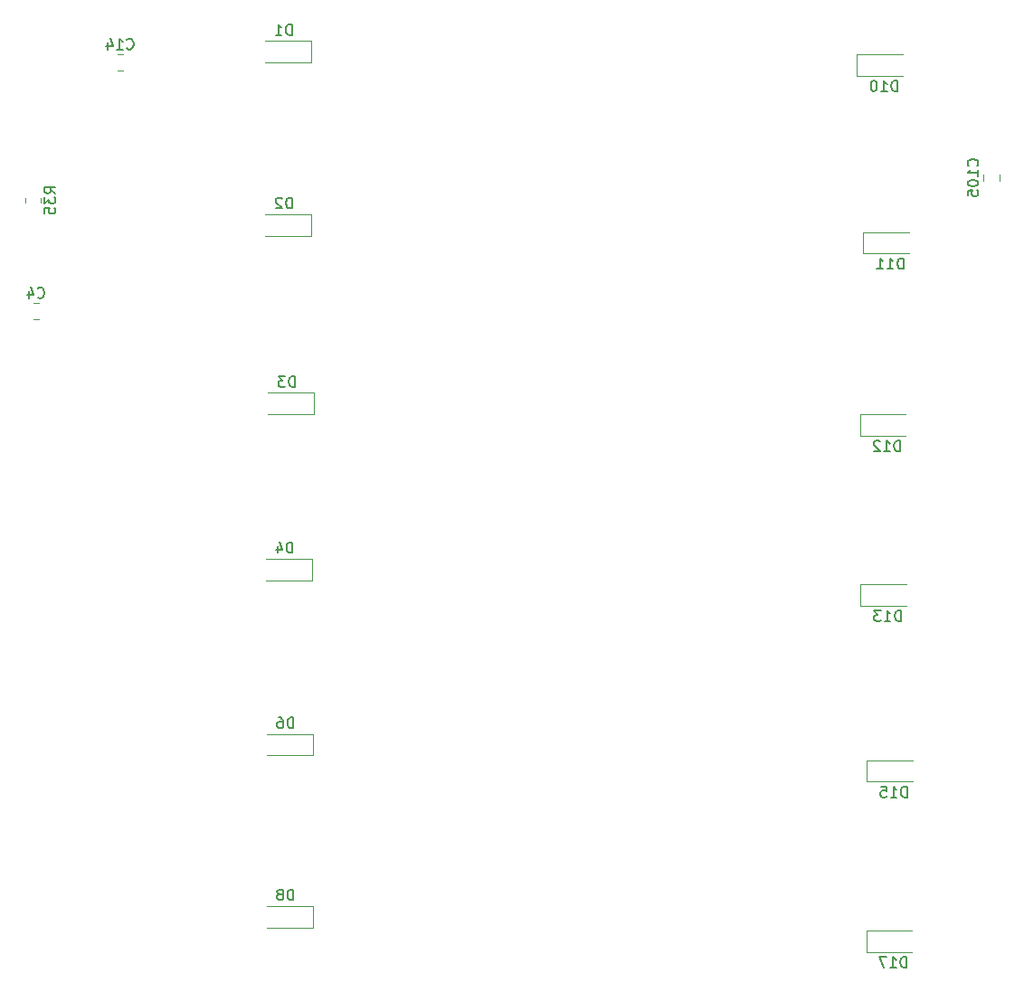
<source format=gbo>
G04 #@! TF.GenerationSoftware,KiCad,Pcbnew,5.1.8-db9833491~87~ubuntu18.04.1*
G04 #@! TF.CreationDate,2021-01-26T21:00:54+01:00*
G04 #@! TF.ProjectId,BPF_6Band,4250465f-3642-4616-9e64-2e6b69636164,rev?*
G04 #@! TF.SameCoordinates,Original*
G04 #@! TF.FileFunction,Legend,Bot*
G04 #@! TF.FilePolarity,Positive*
%FSLAX46Y46*%
G04 Gerber Fmt 4.6, Leading zero omitted, Abs format (unit mm)*
G04 Created by KiCad (PCBNEW 5.1.8-db9833491~87~ubuntu18.04.1) date 2021-01-26 21:00:54*
%MOMM*%
%LPD*%
G01*
G04 APERTURE LIST*
%ADD10C,0.120000*%
%ADD11C,0.150000*%
G04 APERTURE END LIST*
D10*
X88907252Y-45439000D02*
X88384748Y-45439000D01*
X88907252Y-43969000D02*
X88384748Y-43969000D01*
X79757600Y-57831464D02*
X79757600Y-57377336D01*
X81227600Y-57831464D02*
X81227600Y-57377336D01*
X170940400Y-55237748D02*
X170940400Y-55760252D01*
X169470400Y-55237748D02*
X169470400Y-55760252D01*
X162786000Y-128000000D02*
X158486000Y-128000000D01*
X158486000Y-128000000D02*
X158486000Y-126000000D01*
X158486000Y-126000000D02*
X162786000Y-126000000D01*
X162836800Y-112048800D02*
X158536800Y-112048800D01*
X158536800Y-112048800D02*
X158536800Y-110048800D01*
X158536800Y-110048800D02*
X162836800Y-110048800D01*
X162252600Y-95564200D02*
X157952600Y-95564200D01*
X157952600Y-95564200D02*
X157952600Y-93564200D01*
X157952600Y-93564200D02*
X162252600Y-93564200D01*
X162201800Y-79663800D02*
X157901800Y-79663800D01*
X157901800Y-79663800D02*
X157901800Y-77663800D01*
X157901800Y-77663800D02*
X162201800Y-77663800D01*
X162506600Y-62595000D02*
X158206600Y-62595000D01*
X158206600Y-62595000D02*
X158206600Y-60595000D01*
X158206600Y-60595000D02*
X162506600Y-60595000D01*
X161922400Y-45958000D02*
X157622400Y-45958000D01*
X157622400Y-45958000D02*
X157622400Y-43958000D01*
X157622400Y-43958000D02*
X161922400Y-43958000D01*
X102390000Y-123688600D02*
X106690000Y-123688600D01*
X106690000Y-123688600D02*
X106690000Y-125688600D01*
X106690000Y-125688600D02*
X102390000Y-125688600D01*
X102390000Y-107585000D02*
X106690000Y-107585000D01*
X106690000Y-107585000D02*
X106690000Y-109585000D01*
X106690000Y-109585000D02*
X102390000Y-109585000D01*
X102313800Y-91176600D02*
X106613800Y-91176600D01*
X106613800Y-91176600D02*
X106613800Y-93176600D01*
X106613800Y-93176600D02*
X102313800Y-93176600D01*
X102517000Y-75631800D02*
X106817000Y-75631800D01*
X106817000Y-75631800D02*
X106817000Y-77631800D01*
X106817000Y-77631800D02*
X102517000Y-77631800D01*
X102263000Y-58918600D02*
X106563000Y-58918600D01*
X106563000Y-58918600D02*
X106563000Y-60918600D01*
X106563000Y-60918600D02*
X102263000Y-60918600D01*
X102237600Y-42688000D02*
X106537600Y-42688000D01*
X106537600Y-42688000D02*
X106537600Y-44688000D01*
X106537600Y-44688000D02*
X102237600Y-44688000D01*
X81033252Y-68735000D02*
X80510748Y-68735000D01*
X81033252Y-67265000D02*
X80510748Y-67265000D01*
D11*
X89288857Y-43381142D02*
X89336476Y-43428761D01*
X89479333Y-43476380D01*
X89574571Y-43476380D01*
X89717428Y-43428761D01*
X89812666Y-43333523D01*
X89860285Y-43238285D01*
X89907904Y-43047809D01*
X89907904Y-42904952D01*
X89860285Y-42714476D01*
X89812666Y-42619238D01*
X89717428Y-42524000D01*
X89574571Y-42476380D01*
X89479333Y-42476380D01*
X89336476Y-42524000D01*
X89288857Y-42571619D01*
X88336476Y-43476380D02*
X88907904Y-43476380D01*
X88622190Y-43476380D02*
X88622190Y-42476380D01*
X88717428Y-42619238D01*
X88812666Y-42714476D01*
X88907904Y-42762095D01*
X87479333Y-42809714D02*
X87479333Y-43476380D01*
X87717428Y-42428761D02*
X87955523Y-43143047D01*
X87336476Y-43143047D01*
X82594980Y-56961542D02*
X82118790Y-56628209D01*
X82594980Y-56390114D02*
X81594980Y-56390114D01*
X81594980Y-56771066D01*
X81642600Y-56866304D01*
X81690219Y-56913923D01*
X81785457Y-56961542D01*
X81928314Y-56961542D01*
X82023552Y-56913923D01*
X82071171Y-56866304D01*
X82118790Y-56771066D01*
X82118790Y-56390114D01*
X81594980Y-57294876D02*
X81594980Y-57913923D01*
X81975933Y-57580590D01*
X81975933Y-57723447D01*
X82023552Y-57818685D01*
X82071171Y-57866304D01*
X82166409Y-57913923D01*
X82404504Y-57913923D01*
X82499742Y-57866304D01*
X82547361Y-57818685D01*
X82594980Y-57723447D01*
X82594980Y-57437733D01*
X82547361Y-57342495D01*
X82499742Y-57294876D01*
X81594980Y-58818685D02*
X81594980Y-58342495D01*
X82071171Y-58294876D01*
X82023552Y-58342495D01*
X81975933Y-58437733D01*
X81975933Y-58675828D01*
X82023552Y-58771066D01*
X82071171Y-58818685D01*
X82166409Y-58866304D01*
X82404504Y-58866304D01*
X82499742Y-58818685D01*
X82547361Y-58771066D01*
X82594980Y-58675828D01*
X82594980Y-58437733D01*
X82547361Y-58342495D01*
X82499742Y-58294876D01*
X168882542Y-54379952D02*
X168930161Y-54332333D01*
X168977780Y-54189476D01*
X168977780Y-54094238D01*
X168930161Y-53951380D01*
X168834923Y-53856142D01*
X168739685Y-53808523D01*
X168549209Y-53760904D01*
X168406352Y-53760904D01*
X168215876Y-53808523D01*
X168120638Y-53856142D01*
X168025400Y-53951380D01*
X167977780Y-54094238D01*
X167977780Y-54189476D01*
X168025400Y-54332333D01*
X168073019Y-54379952D01*
X168977780Y-55332333D02*
X168977780Y-54760904D01*
X168977780Y-55046619D02*
X167977780Y-55046619D01*
X168120638Y-54951380D01*
X168215876Y-54856142D01*
X168263495Y-54760904D01*
X167977780Y-55951380D02*
X167977780Y-56046619D01*
X168025400Y-56141857D01*
X168073019Y-56189476D01*
X168168257Y-56237095D01*
X168358733Y-56284714D01*
X168596828Y-56284714D01*
X168787304Y-56237095D01*
X168882542Y-56189476D01*
X168930161Y-56141857D01*
X168977780Y-56046619D01*
X168977780Y-55951380D01*
X168930161Y-55856142D01*
X168882542Y-55808523D01*
X168787304Y-55760904D01*
X168596828Y-55713285D01*
X168358733Y-55713285D01*
X168168257Y-55760904D01*
X168073019Y-55808523D01*
X168025400Y-55856142D01*
X167977780Y-55951380D01*
X167977780Y-57189476D02*
X167977780Y-56713285D01*
X168453971Y-56665666D01*
X168406352Y-56713285D01*
X168358733Y-56808523D01*
X168358733Y-57046619D01*
X168406352Y-57141857D01*
X168453971Y-57189476D01*
X168549209Y-57237095D01*
X168787304Y-57237095D01*
X168882542Y-57189476D01*
X168930161Y-57141857D01*
X168977780Y-57046619D01*
X168977780Y-56808523D01*
X168930161Y-56713285D01*
X168882542Y-56665666D01*
X162250285Y-129452380D02*
X162250285Y-128452380D01*
X162012190Y-128452380D01*
X161869333Y-128500000D01*
X161774095Y-128595238D01*
X161726476Y-128690476D01*
X161678857Y-128880952D01*
X161678857Y-129023809D01*
X161726476Y-129214285D01*
X161774095Y-129309523D01*
X161869333Y-129404761D01*
X162012190Y-129452380D01*
X162250285Y-129452380D01*
X160726476Y-129452380D02*
X161297904Y-129452380D01*
X161012190Y-129452380D02*
X161012190Y-128452380D01*
X161107428Y-128595238D01*
X161202666Y-128690476D01*
X161297904Y-128738095D01*
X160393142Y-128452380D02*
X159726476Y-128452380D01*
X160155047Y-129452380D01*
X162301085Y-113501180D02*
X162301085Y-112501180D01*
X162062990Y-112501180D01*
X161920133Y-112548800D01*
X161824895Y-112644038D01*
X161777276Y-112739276D01*
X161729657Y-112929752D01*
X161729657Y-113072609D01*
X161777276Y-113263085D01*
X161824895Y-113358323D01*
X161920133Y-113453561D01*
X162062990Y-113501180D01*
X162301085Y-113501180D01*
X160777276Y-113501180D02*
X161348704Y-113501180D01*
X161062990Y-113501180D02*
X161062990Y-112501180D01*
X161158228Y-112644038D01*
X161253466Y-112739276D01*
X161348704Y-112786895D01*
X159872514Y-112501180D02*
X160348704Y-112501180D01*
X160396323Y-112977371D01*
X160348704Y-112929752D01*
X160253466Y-112882133D01*
X160015371Y-112882133D01*
X159920133Y-112929752D01*
X159872514Y-112977371D01*
X159824895Y-113072609D01*
X159824895Y-113310704D01*
X159872514Y-113405942D01*
X159920133Y-113453561D01*
X160015371Y-113501180D01*
X160253466Y-113501180D01*
X160348704Y-113453561D01*
X160396323Y-113405942D01*
X161716885Y-97016580D02*
X161716885Y-96016580D01*
X161478790Y-96016580D01*
X161335933Y-96064200D01*
X161240695Y-96159438D01*
X161193076Y-96254676D01*
X161145457Y-96445152D01*
X161145457Y-96588009D01*
X161193076Y-96778485D01*
X161240695Y-96873723D01*
X161335933Y-96968961D01*
X161478790Y-97016580D01*
X161716885Y-97016580D01*
X160193076Y-97016580D02*
X160764504Y-97016580D01*
X160478790Y-97016580D02*
X160478790Y-96016580D01*
X160574028Y-96159438D01*
X160669266Y-96254676D01*
X160764504Y-96302295D01*
X159859742Y-96016580D02*
X159240695Y-96016580D01*
X159574028Y-96397533D01*
X159431171Y-96397533D01*
X159335933Y-96445152D01*
X159288314Y-96492771D01*
X159240695Y-96588009D01*
X159240695Y-96826104D01*
X159288314Y-96921342D01*
X159335933Y-96968961D01*
X159431171Y-97016580D01*
X159716885Y-97016580D01*
X159812123Y-96968961D01*
X159859742Y-96921342D01*
X161666085Y-81116180D02*
X161666085Y-80116180D01*
X161427990Y-80116180D01*
X161285133Y-80163800D01*
X161189895Y-80259038D01*
X161142276Y-80354276D01*
X161094657Y-80544752D01*
X161094657Y-80687609D01*
X161142276Y-80878085D01*
X161189895Y-80973323D01*
X161285133Y-81068561D01*
X161427990Y-81116180D01*
X161666085Y-81116180D01*
X160142276Y-81116180D02*
X160713704Y-81116180D01*
X160427990Y-81116180D02*
X160427990Y-80116180D01*
X160523228Y-80259038D01*
X160618466Y-80354276D01*
X160713704Y-80401895D01*
X159761323Y-80211419D02*
X159713704Y-80163800D01*
X159618466Y-80116180D01*
X159380371Y-80116180D01*
X159285133Y-80163800D01*
X159237514Y-80211419D01*
X159189895Y-80306657D01*
X159189895Y-80401895D01*
X159237514Y-80544752D01*
X159808942Y-81116180D01*
X159189895Y-81116180D01*
X161970885Y-64047380D02*
X161970885Y-63047380D01*
X161732790Y-63047380D01*
X161589933Y-63095000D01*
X161494695Y-63190238D01*
X161447076Y-63285476D01*
X161399457Y-63475952D01*
X161399457Y-63618809D01*
X161447076Y-63809285D01*
X161494695Y-63904523D01*
X161589933Y-63999761D01*
X161732790Y-64047380D01*
X161970885Y-64047380D01*
X160447076Y-64047380D02*
X161018504Y-64047380D01*
X160732790Y-64047380D02*
X160732790Y-63047380D01*
X160828028Y-63190238D01*
X160923266Y-63285476D01*
X161018504Y-63333095D01*
X159494695Y-64047380D02*
X160066123Y-64047380D01*
X159780409Y-64047380D02*
X159780409Y-63047380D01*
X159875647Y-63190238D01*
X159970885Y-63285476D01*
X160066123Y-63333095D01*
X161386685Y-47410380D02*
X161386685Y-46410380D01*
X161148590Y-46410380D01*
X161005733Y-46458000D01*
X160910495Y-46553238D01*
X160862876Y-46648476D01*
X160815257Y-46838952D01*
X160815257Y-46981809D01*
X160862876Y-47172285D01*
X160910495Y-47267523D01*
X161005733Y-47362761D01*
X161148590Y-47410380D01*
X161386685Y-47410380D01*
X159862876Y-47410380D02*
X160434304Y-47410380D01*
X160148590Y-47410380D02*
X160148590Y-46410380D01*
X160243828Y-46553238D01*
X160339066Y-46648476D01*
X160434304Y-46696095D01*
X159243828Y-46410380D02*
X159148590Y-46410380D01*
X159053352Y-46458000D01*
X159005733Y-46505619D01*
X158958114Y-46600857D01*
X158910495Y-46791333D01*
X158910495Y-47029428D01*
X158958114Y-47219904D01*
X159005733Y-47315142D01*
X159053352Y-47362761D01*
X159148590Y-47410380D01*
X159243828Y-47410380D01*
X159339066Y-47362761D01*
X159386685Y-47315142D01*
X159434304Y-47219904D01*
X159481923Y-47029428D01*
X159481923Y-46791333D01*
X159434304Y-46600857D01*
X159386685Y-46505619D01*
X159339066Y-46458000D01*
X159243828Y-46410380D01*
X104878095Y-123140980D02*
X104878095Y-122140980D01*
X104640000Y-122140980D01*
X104497142Y-122188600D01*
X104401904Y-122283838D01*
X104354285Y-122379076D01*
X104306666Y-122569552D01*
X104306666Y-122712409D01*
X104354285Y-122902885D01*
X104401904Y-122998123D01*
X104497142Y-123093361D01*
X104640000Y-123140980D01*
X104878095Y-123140980D01*
X103735238Y-122569552D02*
X103830476Y-122521933D01*
X103878095Y-122474314D01*
X103925714Y-122379076D01*
X103925714Y-122331457D01*
X103878095Y-122236219D01*
X103830476Y-122188600D01*
X103735238Y-122140980D01*
X103544761Y-122140980D01*
X103449523Y-122188600D01*
X103401904Y-122236219D01*
X103354285Y-122331457D01*
X103354285Y-122379076D01*
X103401904Y-122474314D01*
X103449523Y-122521933D01*
X103544761Y-122569552D01*
X103735238Y-122569552D01*
X103830476Y-122617171D01*
X103878095Y-122664790D01*
X103925714Y-122760028D01*
X103925714Y-122950504D01*
X103878095Y-123045742D01*
X103830476Y-123093361D01*
X103735238Y-123140980D01*
X103544761Y-123140980D01*
X103449523Y-123093361D01*
X103401904Y-123045742D01*
X103354285Y-122950504D01*
X103354285Y-122760028D01*
X103401904Y-122664790D01*
X103449523Y-122617171D01*
X103544761Y-122569552D01*
X104878095Y-107037380D02*
X104878095Y-106037380D01*
X104640000Y-106037380D01*
X104497142Y-106085000D01*
X104401904Y-106180238D01*
X104354285Y-106275476D01*
X104306666Y-106465952D01*
X104306666Y-106608809D01*
X104354285Y-106799285D01*
X104401904Y-106894523D01*
X104497142Y-106989761D01*
X104640000Y-107037380D01*
X104878095Y-107037380D01*
X103449523Y-106037380D02*
X103640000Y-106037380D01*
X103735238Y-106085000D01*
X103782857Y-106132619D01*
X103878095Y-106275476D01*
X103925714Y-106465952D01*
X103925714Y-106846904D01*
X103878095Y-106942142D01*
X103830476Y-106989761D01*
X103735238Y-107037380D01*
X103544761Y-107037380D01*
X103449523Y-106989761D01*
X103401904Y-106942142D01*
X103354285Y-106846904D01*
X103354285Y-106608809D01*
X103401904Y-106513571D01*
X103449523Y-106465952D01*
X103544761Y-106418333D01*
X103735238Y-106418333D01*
X103830476Y-106465952D01*
X103878095Y-106513571D01*
X103925714Y-106608809D01*
X104801895Y-90628980D02*
X104801895Y-89628980D01*
X104563800Y-89628980D01*
X104420942Y-89676600D01*
X104325704Y-89771838D01*
X104278085Y-89867076D01*
X104230466Y-90057552D01*
X104230466Y-90200409D01*
X104278085Y-90390885D01*
X104325704Y-90486123D01*
X104420942Y-90581361D01*
X104563800Y-90628980D01*
X104801895Y-90628980D01*
X103373323Y-89962314D02*
X103373323Y-90628980D01*
X103611419Y-89581361D02*
X103849514Y-90295647D01*
X103230466Y-90295647D01*
X105005095Y-75084180D02*
X105005095Y-74084180D01*
X104767000Y-74084180D01*
X104624142Y-74131800D01*
X104528904Y-74227038D01*
X104481285Y-74322276D01*
X104433666Y-74512752D01*
X104433666Y-74655609D01*
X104481285Y-74846085D01*
X104528904Y-74941323D01*
X104624142Y-75036561D01*
X104767000Y-75084180D01*
X105005095Y-75084180D01*
X104100333Y-74084180D02*
X103481285Y-74084180D01*
X103814619Y-74465133D01*
X103671761Y-74465133D01*
X103576523Y-74512752D01*
X103528904Y-74560371D01*
X103481285Y-74655609D01*
X103481285Y-74893704D01*
X103528904Y-74988942D01*
X103576523Y-75036561D01*
X103671761Y-75084180D01*
X103957476Y-75084180D01*
X104052714Y-75036561D01*
X104100333Y-74988942D01*
X104751095Y-58370980D02*
X104751095Y-57370980D01*
X104513000Y-57370980D01*
X104370142Y-57418600D01*
X104274904Y-57513838D01*
X104227285Y-57609076D01*
X104179666Y-57799552D01*
X104179666Y-57942409D01*
X104227285Y-58132885D01*
X104274904Y-58228123D01*
X104370142Y-58323361D01*
X104513000Y-58370980D01*
X104751095Y-58370980D01*
X103798714Y-57466219D02*
X103751095Y-57418600D01*
X103655857Y-57370980D01*
X103417761Y-57370980D01*
X103322523Y-57418600D01*
X103274904Y-57466219D01*
X103227285Y-57561457D01*
X103227285Y-57656695D01*
X103274904Y-57799552D01*
X103846333Y-58370980D01*
X103227285Y-58370980D01*
X104725695Y-42140380D02*
X104725695Y-41140380D01*
X104487600Y-41140380D01*
X104344742Y-41188000D01*
X104249504Y-41283238D01*
X104201885Y-41378476D01*
X104154266Y-41568952D01*
X104154266Y-41711809D01*
X104201885Y-41902285D01*
X104249504Y-41997523D01*
X104344742Y-42092761D01*
X104487600Y-42140380D01*
X104725695Y-42140380D01*
X103201885Y-42140380D02*
X103773314Y-42140380D01*
X103487600Y-42140380D02*
X103487600Y-41140380D01*
X103582838Y-41283238D01*
X103678076Y-41378476D01*
X103773314Y-41426095D01*
X80938666Y-66677142D02*
X80986285Y-66724761D01*
X81129142Y-66772380D01*
X81224380Y-66772380D01*
X81367238Y-66724761D01*
X81462476Y-66629523D01*
X81510095Y-66534285D01*
X81557714Y-66343809D01*
X81557714Y-66200952D01*
X81510095Y-66010476D01*
X81462476Y-65915238D01*
X81367238Y-65820000D01*
X81224380Y-65772380D01*
X81129142Y-65772380D01*
X80986285Y-65820000D01*
X80938666Y-65867619D01*
X80081523Y-66105714D02*
X80081523Y-66772380D01*
X80319619Y-65724761D02*
X80557714Y-66439047D01*
X79938666Y-66439047D01*
M02*

</source>
